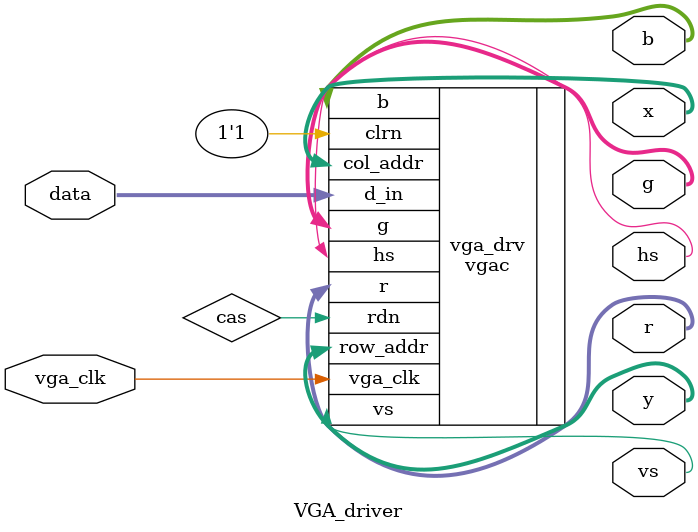
<source format=v>
`timescale 1ns / 1ps
module VGA_driver(
	 input wire vga_clk,
    input wire [11:0] data,
    output wire [9:0] x,
    output wire [8:0] y,
    output wire hs,
    output wire vs,
    output wire [3:0] r,
    output wire [3:0] g,
    output wire [3:0] b
    );

    wire cas;
    vgac vga_drv(.d_in(data), .vga_clk(vga_clk), .clrn(1'b1), 
         .row_addr(y), .col_addr(x), .rdn(cas), 
         .hs(hs), .vs(vs), .r(r), .g(g), .b(b));

endmodule
</source>
